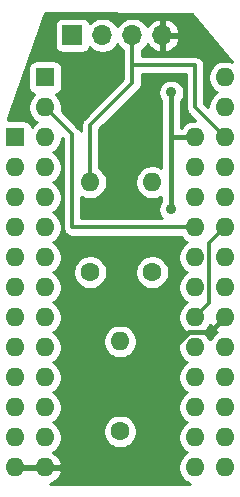
<source format=gbl>
G04 #@! TF.GenerationSoftware,KiCad,Pcbnew,(5.1.6)-1*
G04 #@! TF.CreationDate,2020-07-21T10:16:09+03:00*
G04 #@! TF.ProjectId,C64_8Kernal,4336345f-384b-4657-926e-616c2e6b6963,rev?*
G04 #@! TF.SameCoordinates,Original*
G04 #@! TF.FileFunction,Copper,L2,Bot*
G04 #@! TF.FilePolarity,Positive*
%FSLAX46Y46*%
G04 Gerber Fmt 4.6, Leading zero omitted, Abs format (unit mm)*
G04 Created by KiCad (PCBNEW (5.1.6)-1) date 2020-07-21 10:16:09*
%MOMM*%
%LPD*%
G01*
G04 APERTURE LIST*
G04 #@! TA.AperFunction,ComponentPad*
%ADD10O,1.600000X1.600000*%
G04 #@! TD*
G04 #@! TA.AperFunction,ComponentPad*
%ADD11C,1.600000*%
G04 #@! TD*
G04 #@! TA.AperFunction,ComponentPad*
%ADD12R,1.600000X1.600000*%
G04 #@! TD*
G04 #@! TA.AperFunction,ComponentPad*
%ADD13O,1.700000X1.700000*%
G04 #@! TD*
G04 #@! TA.AperFunction,ComponentPad*
%ADD14R,1.700000X1.700000*%
G04 #@! TD*
G04 #@! TA.AperFunction,ViaPad*
%ADD15C,0.900000*%
G04 #@! TD*
G04 #@! TA.AperFunction,Conductor*
%ADD16C,0.400000*%
G04 #@! TD*
G04 #@! TA.AperFunction,Conductor*
%ADD17C,0.300000*%
G04 #@! TD*
G04 #@! TA.AperFunction,Conductor*
%ADD18C,0.254000*%
G04 #@! TD*
G04 APERTURE END LIST*
D10*
X129540000Y-89916000D03*
D11*
X129540000Y-97536000D03*
D10*
X132254000Y-76444000D03*
D11*
X132254000Y-84064000D03*
D10*
X127004000Y-76444000D03*
D11*
X127004000Y-84064000D03*
D10*
X135890000Y-72644000D03*
X120650000Y-100584000D03*
X135890000Y-75184000D03*
X120650000Y-98044000D03*
X135890000Y-77724000D03*
X120650000Y-95504000D03*
X135890000Y-80264000D03*
X120650000Y-92964000D03*
X135890000Y-82804000D03*
X120650000Y-90424000D03*
X135890000Y-85344000D03*
X120650000Y-87884000D03*
X135890000Y-87884000D03*
X120650000Y-85344000D03*
X135890000Y-90424000D03*
X120650000Y-82804000D03*
X135890000Y-92964000D03*
X120650000Y-80264000D03*
X135890000Y-95504000D03*
X120650000Y-77724000D03*
X135890000Y-98044000D03*
X120650000Y-75184000D03*
X135890000Y-100584000D03*
D12*
X120650000Y-72644000D03*
D10*
X138430000Y-67564000D03*
X123190000Y-100584000D03*
X138430000Y-70104000D03*
X123190000Y-98044000D03*
X138430000Y-72644000D03*
X123190000Y-95504000D03*
X138430000Y-75184000D03*
X123190000Y-92964000D03*
X138430000Y-77724000D03*
X123190000Y-90424000D03*
X138430000Y-80264000D03*
X123190000Y-87884000D03*
X138430000Y-82804000D03*
X123190000Y-85344000D03*
X138430000Y-85344000D03*
X123190000Y-82804000D03*
X138430000Y-87884000D03*
X123190000Y-80264000D03*
X138430000Y-90424000D03*
X123190000Y-77724000D03*
X138430000Y-92964000D03*
X123190000Y-75184000D03*
X138430000Y-95504000D03*
X123190000Y-72644000D03*
X138430000Y-98044000D03*
X123190000Y-70104000D03*
X138430000Y-100584000D03*
D12*
X123190000Y-67564000D03*
D13*
X133120000Y-64000000D03*
X130580000Y-64000000D03*
X128040000Y-64000000D03*
D14*
X125500000Y-64000000D03*
D15*
X131318000Y-69088000D03*
X129032000Y-78486000D03*
X129032000Y-82042000D03*
X133858000Y-68834000D03*
X133858000Y-78740000D03*
D16*
X120650000Y-100584000D02*
X123190000Y-100584000D01*
X123190000Y-100584000D02*
X132842000Y-100584000D01*
X135329997Y-89134001D02*
X137179999Y-89134001D01*
X137179999Y-89134001D02*
X138430000Y-87884000D01*
X132842000Y-100584000D02*
X132842000Y-91621998D01*
X131318000Y-69088000D02*
X129032000Y-71374000D01*
X129032000Y-71374000D02*
X129032000Y-78486000D01*
X129032000Y-78486000D02*
X129032000Y-78486000D01*
X129032000Y-85344000D02*
X134075999Y-90387999D01*
X129032000Y-82042000D02*
X129032000Y-85344000D01*
X132842000Y-91621998D02*
X134075999Y-90387999D01*
X134075999Y-90387999D02*
X135329997Y-89134001D01*
D17*
X127004000Y-76444000D02*
X127004000Y-71624000D01*
X127004000Y-71624000D02*
X130580000Y-68048000D01*
X138430000Y-72644000D02*
X135890000Y-70104000D01*
X135890000Y-70104000D02*
X135890000Y-66548000D01*
X135890000Y-66548000D02*
X135866000Y-66524000D01*
X135866000Y-66524000D02*
X130580000Y-66524000D01*
X130580000Y-68048000D02*
X130580000Y-66524000D01*
X130580000Y-66524000D02*
X130580000Y-64000000D01*
D16*
X133858000Y-78740000D02*
X133858000Y-78740000D01*
X133858000Y-68834000D02*
X133858000Y-72644000D01*
X135890000Y-72644000D02*
X133858000Y-72644000D01*
X133858000Y-72644000D02*
X133858000Y-78740000D01*
D17*
X125476000Y-72390000D02*
X123190000Y-70104000D01*
X135890000Y-80264000D02*
X125476000Y-80264000D01*
X125476000Y-80264000D02*
X125476000Y-72390000D01*
X137090001Y-81603999D02*
X138430000Y-80264000D01*
X137090001Y-86683999D02*
X137090001Y-81603999D01*
X135890000Y-87884000D02*
X137090001Y-86683999D01*
D18*
G36*
X124691001Y-72715159D02*
G01*
X124691000Y-80225439D01*
X124687202Y-80264000D01*
X124702359Y-80417887D01*
X124747246Y-80565860D01*
X124820138Y-80702233D01*
X124918236Y-80821764D01*
X125037767Y-80919862D01*
X125174140Y-80992754D01*
X125322113Y-81037641D01*
X125409367Y-81046235D01*
X125476000Y-81052798D01*
X125514560Y-81049000D01*
X134688661Y-81049000D01*
X134775363Y-81178759D01*
X134975241Y-81378637D01*
X135207759Y-81534000D01*
X134975241Y-81689363D01*
X134775363Y-81889241D01*
X134618320Y-82124273D01*
X134510147Y-82385426D01*
X134455000Y-82662665D01*
X134455000Y-82945335D01*
X134510147Y-83222574D01*
X134618320Y-83483727D01*
X134775363Y-83718759D01*
X134975241Y-83918637D01*
X135207759Y-84074000D01*
X134975241Y-84229363D01*
X134775363Y-84429241D01*
X134618320Y-84664273D01*
X134510147Y-84925426D01*
X134455000Y-85202665D01*
X134455000Y-85485335D01*
X134510147Y-85762574D01*
X134618320Y-86023727D01*
X134775363Y-86258759D01*
X134975241Y-86458637D01*
X135207759Y-86614000D01*
X134975241Y-86769363D01*
X134775363Y-86969241D01*
X134618320Y-87204273D01*
X134510147Y-87465426D01*
X134455000Y-87742665D01*
X134455000Y-88025335D01*
X134510147Y-88302574D01*
X134618320Y-88563727D01*
X134775363Y-88798759D01*
X134975241Y-88998637D01*
X135207759Y-89154000D01*
X134975241Y-89309363D01*
X134775363Y-89509241D01*
X134618320Y-89744273D01*
X134510147Y-90005426D01*
X134455000Y-90282665D01*
X134455000Y-90565335D01*
X134510147Y-90842574D01*
X134618320Y-91103727D01*
X134775363Y-91338759D01*
X134975241Y-91538637D01*
X135207759Y-91694000D01*
X134975241Y-91849363D01*
X134775363Y-92049241D01*
X134618320Y-92284273D01*
X134510147Y-92545426D01*
X134455000Y-92822665D01*
X134455000Y-93105335D01*
X134510147Y-93382574D01*
X134618320Y-93643727D01*
X134775363Y-93878759D01*
X134975241Y-94078637D01*
X135207759Y-94234000D01*
X134975241Y-94389363D01*
X134775363Y-94589241D01*
X134618320Y-94824273D01*
X134510147Y-95085426D01*
X134455000Y-95362665D01*
X134455000Y-95645335D01*
X134510147Y-95922574D01*
X134618320Y-96183727D01*
X134775363Y-96418759D01*
X134975241Y-96618637D01*
X135207759Y-96774000D01*
X134975241Y-96929363D01*
X134775363Y-97129241D01*
X134618320Y-97364273D01*
X134510147Y-97625426D01*
X134455000Y-97902665D01*
X134455000Y-98185335D01*
X134510147Y-98462574D01*
X134618320Y-98723727D01*
X134775363Y-98958759D01*
X134975241Y-99158637D01*
X135207759Y-99314000D01*
X134975241Y-99469363D01*
X134775363Y-99669241D01*
X134618320Y-99904273D01*
X134510147Y-100165426D01*
X134455000Y-100442665D01*
X134455000Y-100725335D01*
X134510147Y-101002574D01*
X134618320Y-101263727D01*
X134775363Y-101498759D01*
X134975241Y-101698637D01*
X135210273Y-101855680D01*
X135452467Y-101956000D01*
X123594637Y-101956000D01*
X123803881Y-101881070D01*
X124045131Y-101736385D01*
X124253519Y-101547414D01*
X124421037Y-101321420D01*
X124541246Y-101067087D01*
X124581904Y-100933039D01*
X124459915Y-100711000D01*
X123317000Y-100711000D01*
X123317000Y-100731000D01*
X123063000Y-100731000D01*
X123063000Y-100711000D01*
X121920085Y-100711000D01*
X121920000Y-100711155D01*
X121919915Y-100711000D01*
X120777000Y-100711000D01*
X120777000Y-100731000D01*
X120523000Y-100731000D01*
X120523000Y-100711000D01*
X120503000Y-100711000D01*
X120503000Y-100457000D01*
X120523000Y-100457000D01*
X120523000Y-100437000D01*
X120777000Y-100437000D01*
X120777000Y-100457000D01*
X121919915Y-100457000D01*
X121920000Y-100456845D01*
X121920085Y-100457000D01*
X123063000Y-100457000D01*
X123063000Y-100437000D01*
X123317000Y-100437000D01*
X123317000Y-100457000D01*
X124459915Y-100457000D01*
X124581904Y-100234961D01*
X124541246Y-100100913D01*
X124421037Y-99846580D01*
X124253519Y-99620586D01*
X124045131Y-99431615D01*
X123859135Y-99320067D01*
X123869727Y-99315680D01*
X124104759Y-99158637D01*
X124304637Y-98958759D01*
X124461680Y-98723727D01*
X124569853Y-98462574D01*
X124625000Y-98185335D01*
X124625000Y-97902665D01*
X124569853Y-97625426D01*
X124474269Y-97394665D01*
X128105000Y-97394665D01*
X128105000Y-97677335D01*
X128160147Y-97954574D01*
X128268320Y-98215727D01*
X128425363Y-98450759D01*
X128625241Y-98650637D01*
X128860273Y-98807680D01*
X129121426Y-98915853D01*
X129398665Y-98971000D01*
X129681335Y-98971000D01*
X129958574Y-98915853D01*
X130219727Y-98807680D01*
X130454759Y-98650637D01*
X130654637Y-98450759D01*
X130811680Y-98215727D01*
X130919853Y-97954574D01*
X130975000Y-97677335D01*
X130975000Y-97394665D01*
X130919853Y-97117426D01*
X130811680Y-96856273D01*
X130654637Y-96621241D01*
X130454759Y-96421363D01*
X130219727Y-96264320D01*
X129958574Y-96156147D01*
X129681335Y-96101000D01*
X129398665Y-96101000D01*
X129121426Y-96156147D01*
X128860273Y-96264320D01*
X128625241Y-96421363D01*
X128425363Y-96621241D01*
X128268320Y-96856273D01*
X128160147Y-97117426D01*
X128105000Y-97394665D01*
X124474269Y-97394665D01*
X124461680Y-97364273D01*
X124304637Y-97129241D01*
X124104759Y-96929363D01*
X123872241Y-96774000D01*
X124104759Y-96618637D01*
X124304637Y-96418759D01*
X124461680Y-96183727D01*
X124569853Y-95922574D01*
X124625000Y-95645335D01*
X124625000Y-95362665D01*
X124569853Y-95085426D01*
X124461680Y-94824273D01*
X124304637Y-94589241D01*
X124104759Y-94389363D01*
X123872241Y-94234000D01*
X124104759Y-94078637D01*
X124304637Y-93878759D01*
X124461680Y-93643727D01*
X124569853Y-93382574D01*
X124625000Y-93105335D01*
X124625000Y-92822665D01*
X124569853Y-92545426D01*
X124461680Y-92284273D01*
X124304637Y-92049241D01*
X124104759Y-91849363D01*
X123872241Y-91694000D01*
X124104759Y-91538637D01*
X124304637Y-91338759D01*
X124461680Y-91103727D01*
X124569853Y-90842574D01*
X124625000Y-90565335D01*
X124625000Y-90282665D01*
X124569853Y-90005426D01*
X124474269Y-89774665D01*
X128105000Y-89774665D01*
X128105000Y-90057335D01*
X128160147Y-90334574D01*
X128268320Y-90595727D01*
X128425363Y-90830759D01*
X128625241Y-91030637D01*
X128860273Y-91187680D01*
X129121426Y-91295853D01*
X129398665Y-91351000D01*
X129681335Y-91351000D01*
X129958574Y-91295853D01*
X130219727Y-91187680D01*
X130454759Y-91030637D01*
X130654637Y-90830759D01*
X130811680Y-90595727D01*
X130919853Y-90334574D01*
X130975000Y-90057335D01*
X130975000Y-89774665D01*
X130919853Y-89497426D01*
X130811680Y-89236273D01*
X130654637Y-89001241D01*
X130454759Y-88801363D01*
X130219727Y-88644320D01*
X129958574Y-88536147D01*
X129681335Y-88481000D01*
X129398665Y-88481000D01*
X129121426Y-88536147D01*
X128860273Y-88644320D01*
X128625241Y-88801363D01*
X128425363Y-89001241D01*
X128268320Y-89236273D01*
X128160147Y-89497426D01*
X128105000Y-89774665D01*
X124474269Y-89774665D01*
X124461680Y-89744273D01*
X124304637Y-89509241D01*
X124104759Y-89309363D01*
X123872241Y-89154000D01*
X124104759Y-88998637D01*
X124304637Y-88798759D01*
X124461680Y-88563727D01*
X124569853Y-88302574D01*
X124625000Y-88025335D01*
X124625000Y-87742665D01*
X124569853Y-87465426D01*
X124461680Y-87204273D01*
X124304637Y-86969241D01*
X124104759Y-86769363D01*
X123872241Y-86614000D01*
X124104759Y-86458637D01*
X124304637Y-86258759D01*
X124461680Y-86023727D01*
X124569853Y-85762574D01*
X124625000Y-85485335D01*
X124625000Y-85202665D01*
X124569853Y-84925426D01*
X124461680Y-84664273D01*
X124304637Y-84429241D01*
X124104759Y-84229363D01*
X123872241Y-84074000D01*
X124098730Y-83922665D01*
X125569000Y-83922665D01*
X125569000Y-84205335D01*
X125624147Y-84482574D01*
X125732320Y-84743727D01*
X125889363Y-84978759D01*
X126089241Y-85178637D01*
X126324273Y-85335680D01*
X126585426Y-85443853D01*
X126862665Y-85499000D01*
X127145335Y-85499000D01*
X127422574Y-85443853D01*
X127683727Y-85335680D01*
X127918759Y-85178637D01*
X128118637Y-84978759D01*
X128275680Y-84743727D01*
X128383853Y-84482574D01*
X128439000Y-84205335D01*
X128439000Y-83922665D01*
X130819000Y-83922665D01*
X130819000Y-84205335D01*
X130874147Y-84482574D01*
X130982320Y-84743727D01*
X131139363Y-84978759D01*
X131339241Y-85178637D01*
X131574273Y-85335680D01*
X131835426Y-85443853D01*
X132112665Y-85499000D01*
X132395335Y-85499000D01*
X132672574Y-85443853D01*
X132933727Y-85335680D01*
X133168759Y-85178637D01*
X133368637Y-84978759D01*
X133525680Y-84743727D01*
X133633853Y-84482574D01*
X133689000Y-84205335D01*
X133689000Y-83922665D01*
X133633853Y-83645426D01*
X133525680Y-83384273D01*
X133368637Y-83149241D01*
X133168759Y-82949363D01*
X132933727Y-82792320D01*
X132672574Y-82684147D01*
X132395335Y-82629000D01*
X132112665Y-82629000D01*
X131835426Y-82684147D01*
X131574273Y-82792320D01*
X131339241Y-82949363D01*
X131139363Y-83149241D01*
X130982320Y-83384273D01*
X130874147Y-83645426D01*
X130819000Y-83922665D01*
X128439000Y-83922665D01*
X128383853Y-83645426D01*
X128275680Y-83384273D01*
X128118637Y-83149241D01*
X127918759Y-82949363D01*
X127683727Y-82792320D01*
X127422574Y-82684147D01*
X127145335Y-82629000D01*
X126862665Y-82629000D01*
X126585426Y-82684147D01*
X126324273Y-82792320D01*
X126089241Y-82949363D01*
X125889363Y-83149241D01*
X125732320Y-83384273D01*
X125624147Y-83645426D01*
X125569000Y-83922665D01*
X124098730Y-83922665D01*
X124104759Y-83918637D01*
X124304637Y-83718759D01*
X124461680Y-83483727D01*
X124569853Y-83222574D01*
X124625000Y-82945335D01*
X124625000Y-82662665D01*
X124569853Y-82385426D01*
X124461680Y-82124273D01*
X124304637Y-81889241D01*
X124104759Y-81689363D01*
X123872241Y-81534000D01*
X124104759Y-81378637D01*
X124304637Y-81178759D01*
X124461680Y-80943727D01*
X124569853Y-80682574D01*
X124625000Y-80405335D01*
X124625000Y-80122665D01*
X124569853Y-79845426D01*
X124461680Y-79584273D01*
X124304637Y-79349241D01*
X124104759Y-79149363D01*
X123872241Y-78994000D01*
X124104759Y-78838637D01*
X124304637Y-78638759D01*
X124461680Y-78403727D01*
X124569853Y-78142574D01*
X124625000Y-77865335D01*
X124625000Y-77582665D01*
X124569853Y-77305426D01*
X124461680Y-77044273D01*
X124304637Y-76809241D01*
X124104759Y-76609363D01*
X123872241Y-76454000D01*
X124104759Y-76298637D01*
X124304637Y-76098759D01*
X124461680Y-75863727D01*
X124569853Y-75602574D01*
X124625000Y-75325335D01*
X124625000Y-75042665D01*
X124569853Y-74765426D01*
X124461680Y-74504273D01*
X124304637Y-74269241D01*
X124104759Y-74069363D01*
X123872241Y-73914000D01*
X124104759Y-73758637D01*
X124304637Y-73558759D01*
X124461680Y-73323727D01*
X124569853Y-73062574D01*
X124625000Y-72785335D01*
X124625000Y-72649158D01*
X124691001Y-72715159D01*
G37*
X124691001Y-72715159D02*
X124691000Y-80225439D01*
X124687202Y-80264000D01*
X124702359Y-80417887D01*
X124747246Y-80565860D01*
X124820138Y-80702233D01*
X124918236Y-80821764D01*
X125037767Y-80919862D01*
X125174140Y-80992754D01*
X125322113Y-81037641D01*
X125409367Y-81046235D01*
X125476000Y-81052798D01*
X125514560Y-81049000D01*
X134688661Y-81049000D01*
X134775363Y-81178759D01*
X134975241Y-81378637D01*
X135207759Y-81534000D01*
X134975241Y-81689363D01*
X134775363Y-81889241D01*
X134618320Y-82124273D01*
X134510147Y-82385426D01*
X134455000Y-82662665D01*
X134455000Y-82945335D01*
X134510147Y-83222574D01*
X134618320Y-83483727D01*
X134775363Y-83718759D01*
X134975241Y-83918637D01*
X135207759Y-84074000D01*
X134975241Y-84229363D01*
X134775363Y-84429241D01*
X134618320Y-84664273D01*
X134510147Y-84925426D01*
X134455000Y-85202665D01*
X134455000Y-85485335D01*
X134510147Y-85762574D01*
X134618320Y-86023727D01*
X134775363Y-86258759D01*
X134975241Y-86458637D01*
X135207759Y-86614000D01*
X134975241Y-86769363D01*
X134775363Y-86969241D01*
X134618320Y-87204273D01*
X134510147Y-87465426D01*
X134455000Y-87742665D01*
X134455000Y-88025335D01*
X134510147Y-88302574D01*
X134618320Y-88563727D01*
X134775363Y-88798759D01*
X134975241Y-88998637D01*
X135207759Y-89154000D01*
X134975241Y-89309363D01*
X134775363Y-89509241D01*
X134618320Y-89744273D01*
X134510147Y-90005426D01*
X134455000Y-90282665D01*
X134455000Y-90565335D01*
X134510147Y-90842574D01*
X134618320Y-91103727D01*
X134775363Y-91338759D01*
X134975241Y-91538637D01*
X135207759Y-91694000D01*
X134975241Y-91849363D01*
X134775363Y-92049241D01*
X134618320Y-92284273D01*
X134510147Y-92545426D01*
X134455000Y-92822665D01*
X134455000Y-93105335D01*
X134510147Y-93382574D01*
X134618320Y-93643727D01*
X134775363Y-93878759D01*
X134975241Y-94078637D01*
X135207759Y-94234000D01*
X134975241Y-94389363D01*
X134775363Y-94589241D01*
X134618320Y-94824273D01*
X134510147Y-95085426D01*
X134455000Y-95362665D01*
X134455000Y-95645335D01*
X134510147Y-95922574D01*
X134618320Y-96183727D01*
X134775363Y-96418759D01*
X134975241Y-96618637D01*
X135207759Y-96774000D01*
X134975241Y-96929363D01*
X134775363Y-97129241D01*
X134618320Y-97364273D01*
X134510147Y-97625426D01*
X134455000Y-97902665D01*
X134455000Y-98185335D01*
X134510147Y-98462574D01*
X134618320Y-98723727D01*
X134775363Y-98958759D01*
X134975241Y-99158637D01*
X135207759Y-99314000D01*
X134975241Y-99469363D01*
X134775363Y-99669241D01*
X134618320Y-99904273D01*
X134510147Y-100165426D01*
X134455000Y-100442665D01*
X134455000Y-100725335D01*
X134510147Y-101002574D01*
X134618320Y-101263727D01*
X134775363Y-101498759D01*
X134975241Y-101698637D01*
X135210273Y-101855680D01*
X135452467Y-101956000D01*
X123594637Y-101956000D01*
X123803881Y-101881070D01*
X124045131Y-101736385D01*
X124253519Y-101547414D01*
X124421037Y-101321420D01*
X124541246Y-101067087D01*
X124581904Y-100933039D01*
X124459915Y-100711000D01*
X123317000Y-100711000D01*
X123317000Y-100731000D01*
X123063000Y-100731000D01*
X123063000Y-100711000D01*
X121920085Y-100711000D01*
X121920000Y-100711155D01*
X121919915Y-100711000D01*
X120777000Y-100711000D01*
X120777000Y-100731000D01*
X120523000Y-100731000D01*
X120523000Y-100711000D01*
X120503000Y-100711000D01*
X120503000Y-100457000D01*
X120523000Y-100457000D01*
X120523000Y-100437000D01*
X120777000Y-100437000D01*
X120777000Y-100457000D01*
X121919915Y-100457000D01*
X121920000Y-100456845D01*
X121920085Y-100457000D01*
X123063000Y-100457000D01*
X123063000Y-100437000D01*
X123317000Y-100437000D01*
X123317000Y-100457000D01*
X124459915Y-100457000D01*
X124581904Y-100234961D01*
X124541246Y-100100913D01*
X124421037Y-99846580D01*
X124253519Y-99620586D01*
X124045131Y-99431615D01*
X123859135Y-99320067D01*
X123869727Y-99315680D01*
X124104759Y-99158637D01*
X124304637Y-98958759D01*
X124461680Y-98723727D01*
X124569853Y-98462574D01*
X124625000Y-98185335D01*
X124625000Y-97902665D01*
X124569853Y-97625426D01*
X124474269Y-97394665D01*
X128105000Y-97394665D01*
X128105000Y-97677335D01*
X128160147Y-97954574D01*
X128268320Y-98215727D01*
X128425363Y-98450759D01*
X128625241Y-98650637D01*
X128860273Y-98807680D01*
X129121426Y-98915853D01*
X129398665Y-98971000D01*
X129681335Y-98971000D01*
X129958574Y-98915853D01*
X130219727Y-98807680D01*
X130454759Y-98650637D01*
X130654637Y-98450759D01*
X130811680Y-98215727D01*
X130919853Y-97954574D01*
X130975000Y-97677335D01*
X130975000Y-97394665D01*
X130919853Y-97117426D01*
X130811680Y-96856273D01*
X130654637Y-96621241D01*
X130454759Y-96421363D01*
X130219727Y-96264320D01*
X129958574Y-96156147D01*
X129681335Y-96101000D01*
X129398665Y-96101000D01*
X129121426Y-96156147D01*
X128860273Y-96264320D01*
X128625241Y-96421363D01*
X128425363Y-96621241D01*
X128268320Y-96856273D01*
X128160147Y-97117426D01*
X128105000Y-97394665D01*
X124474269Y-97394665D01*
X124461680Y-97364273D01*
X124304637Y-97129241D01*
X124104759Y-96929363D01*
X123872241Y-96774000D01*
X124104759Y-96618637D01*
X124304637Y-96418759D01*
X124461680Y-96183727D01*
X124569853Y-95922574D01*
X124625000Y-95645335D01*
X124625000Y-95362665D01*
X124569853Y-95085426D01*
X124461680Y-94824273D01*
X124304637Y-94589241D01*
X124104759Y-94389363D01*
X123872241Y-94234000D01*
X124104759Y-94078637D01*
X124304637Y-93878759D01*
X124461680Y-93643727D01*
X124569853Y-93382574D01*
X124625000Y-93105335D01*
X124625000Y-92822665D01*
X124569853Y-92545426D01*
X124461680Y-92284273D01*
X124304637Y-92049241D01*
X124104759Y-91849363D01*
X123872241Y-91694000D01*
X124104759Y-91538637D01*
X124304637Y-91338759D01*
X124461680Y-91103727D01*
X124569853Y-90842574D01*
X124625000Y-90565335D01*
X124625000Y-90282665D01*
X124569853Y-90005426D01*
X124474269Y-89774665D01*
X128105000Y-89774665D01*
X128105000Y-90057335D01*
X128160147Y-90334574D01*
X128268320Y-90595727D01*
X128425363Y-90830759D01*
X128625241Y-91030637D01*
X128860273Y-91187680D01*
X129121426Y-91295853D01*
X129398665Y-91351000D01*
X129681335Y-91351000D01*
X129958574Y-91295853D01*
X130219727Y-91187680D01*
X130454759Y-91030637D01*
X130654637Y-90830759D01*
X130811680Y-90595727D01*
X130919853Y-90334574D01*
X130975000Y-90057335D01*
X130975000Y-89774665D01*
X130919853Y-89497426D01*
X130811680Y-89236273D01*
X130654637Y-89001241D01*
X130454759Y-88801363D01*
X130219727Y-88644320D01*
X129958574Y-88536147D01*
X129681335Y-88481000D01*
X129398665Y-88481000D01*
X129121426Y-88536147D01*
X128860273Y-88644320D01*
X128625241Y-88801363D01*
X128425363Y-89001241D01*
X128268320Y-89236273D01*
X128160147Y-89497426D01*
X128105000Y-89774665D01*
X124474269Y-89774665D01*
X124461680Y-89744273D01*
X124304637Y-89509241D01*
X124104759Y-89309363D01*
X123872241Y-89154000D01*
X124104759Y-88998637D01*
X124304637Y-88798759D01*
X124461680Y-88563727D01*
X124569853Y-88302574D01*
X124625000Y-88025335D01*
X124625000Y-87742665D01*
X124569853Y-87465426D01*
X124461680Y-87204273D01*
X124304637Y-86969241D01*
X124104759Y-86769363D01*
X123872241Y-86614000D01*
X124104759Y-86458637D01*
X124304637Y-86258759D01*
X124461680Y-86023727D01*
X124569853Y-85762574D01*
X124625000Y-85485335D01*
X124625000Y-85202665D01*
X124569853Y-84925426D01*
X124461680Y-84664273D01*
X124304637Y-84429241D01*
X124104759Y-84229363D01*
X123872241Y-84074000D01*
X124098730Y-83922665D01*
X125569000Y-83922665D01*
X125569000Y-84205335D01*
X125624147Y-84482574D01*
X125732320Y-84743727D01*
X125889363Y-84978759D01*
X126089241Y-85178637D01*
X126324273Y-85335680D01*
X126585426Y-85443853D01*
X126862665Y-85499000D01*
X127145335Y-85499000D01*
X127422574Y-85443853D01*
X127683727Y-85335680D01*
X127918759Y-85178637D01*
X128118637Y-84978759D01*
X128275680Y-84743727D01*
X128383853Y-84482574D01*
X128439000Y-84205335D01*
X128439000Y-83922665D01*
X130819000Y-83922665D01*
X130819000Y-84205335D01*
X130874147Y-84482574D01*
X130982320Y-84743727D01*
X131139363Y-84978759D01*
X131339241Y-85178637D01*
X131574273Y-85335680D01*
X131835426Y-85443853D01*
X132112665Y-85499000D01*
X132395335Y-85499000D01*
X132672574Y-85443853D01*
X132933727Y-85335680D01*
X133168759Y-85178637D01*
X133368637Y-84978759D01*
X133525680Y-84743727D01*
X133633853Y-84482574D01*
X133689000Y-84205335D01*
X133689000Y-83922665D01*
X133633853Y-83645426D01*
X133525680Y-83384273D01*
X133368637Y-83149241D01*
X133168759Y-82949363D01*
X132933727Y-82792320D01*
X132672574Y-82684147D01*
X132395335Y-82629000D01*
X132112665Y-82629000D01*
X131835426Y-82684147D01*
X131574273Y-82792320D01*
X131339241Y-82949363D01*
X131139363Y-83149241D01*
X130982320Y-83384273D01*
X130874147Y-83645426D01*
X130819000Y-83922665D01*
X128439000Y-83922665D01*
X128383853Y-83645426D01*
X128275680Y-83384273D01*
X128118637Y-83149241D01*
X127918759Y-82949363D01*
X127683727Y-82792320D01*
X127422574Y-82684147D01*
X127145335Y-82629000D01*
X126862665Y-82629000D01*
X126585426Y-82684147D01*
X126324273Y-82792320D01*
X126089241Y-82949363D01*
X125889363Y-83149241D01*
X125732320Y-83384273D01*
X125624147Y-83645426D01*
X125569000Y-83922665D01*
X124098730Y-83922665D01*
X124104759Y-83918637D01*
X124304637Y-83718759D01*
X124461680Y-83483727D01*
X124569853Y-83222574D01*
X124625000Y-82945335D01*
X124625000Y-82662665D01*
X124569853Y-82385426D01*
X124461680Y-82124273D01*
X124304637Y-81889241D01*
X124104759Y-81689363D01*
X123872241Y-81534000D01*
X124104759Y-81378637D01*
X124304637Y-81178759D01*
X124461680Y-80943727D01*
X124569853Y-80682574D01*
X124625000Y-80405335D01*
X124625000Y-80122665D01*
X124569853Y-79845426D01*
X124461680Y-79584273D01*
X124304637Y-79349241D01*
X124104759Y-79149363D01*
X123872241Y-78994000D01*
X124104759Y-78838637D01*
X124304637Y-78638759D01*
X124461680Y-78403727D01*
X124569853Y-78142574D01*
X124625000Y-77865335D01*
X124625000Y-77582665D01*
X124569853Y-77305426D01*
X124461680Y-77044273D01*
X124304637Y-76809241D01*
X124104759Y-76609363D01*
X123872241Y-76454000D01*
X124104759Y-76298637D01*
X124304637Y-76098759D01*
X124461680Y-75863727D01*
X124569853Y-75602574D01*
X124625000Y-75325335D01*
X124625000Y-75042665D01*
X124569853Y-74765426D01*
X124461680Y-74504273D01*
X124304637Y-74269241D01*
X124104759Y-74069363D01*
X123872241Y-73914000D01*
X124104759Y-73758637D01*
X124304637Y-73558759D01*
X124461680Y-73323727D01*
X124569853Y-73062574D01*
X124625000Y-72785335D01*
X124625000Y-72649158D01*
X124691001Y-72715159D01*
G36*
X137198963Y-88621420D02*
G01*
X137366481Y-88847414D01*
X137574869Y-89036385D01*
X137760865Y-89147933D01*
X137750273Y-89152320D01*
X137515241Y-89309363D01*
X137315363Y-89509241D01*
X137160000Y-89741759D01*
X137004637Y-89509241D01*
X136804759Y-89309363D01*
X136572241Y-89154000D01*
X136804759Y-88998637D01*
X137004637Y-88798759D01*
X137161680Y-88563727D01*
X137166357Y-88552435D01*
X137198963Y-88621420D01*
G37*
X137198963Y-88621420D02*
X137366481Y-88847414D01*
X137574869Y-89036385D01*
X137760865Y-89147933D01*
X137750273Y-89152320D01*
X137515241Y-89309363D01*
X137315363Y-89509241D01*
X137160000Y-89741759D01*
X137004637Y-89509241D01*
X136804759Y-89309363D01*
X136572241Y-89154000D01*
X136804759Y-88998637D01*
X137004637Y-88798759D01*
X137161680Y-88563727D01*
X137166357Y-88552435D01*
X137198963Y-88621420D01*
G36*
X138557000Y-87757000D02*
G01*
X138577000Y-87757000D01*
X138577000Y-88011000D01*
X138557000Y-88011000D01*
X138557000Y-88031000D01*
X138303000Y-88031000D01*
X138303000Y-88011000D01*
X138283000Y-88011000D01*
X138283000Y-87757000D01*
X138303000Y-87757000D01*
X138303000Y-87737000D01*
X138557000Y-87737000D01*
X138557000Y-87757000D01*
G37*
X138557000Y-87757000D02*
X138577000Y-87757000D01*
X138577000Y-88011000D01*
X138557000Y-88011000D01*
X138557000Y-88031000D01*
X138303000Y-88031000D01*
X138303000Y-88011000D01*
X138283000Y-88011000D01*
X138283000Y-87757000D01*
X138303000Y-87757000D01*
X138303000Y-87737000D01*
X138557000Y-87737000D01*
X138557000Y-87757000D01*
G36*
X135105000Y-70065447D02*
G01*
X135101203Y-70104000D01*
X135105000Y-70142553D01*
X135105000Y-70142560D01*
X135116359Y-70257886D01*
X135161246Y-70405859D01*
X135234138Y-70542232D01*
X135332236Y-70661764D01*
X135362190Y-70686347D01*
X135884843Y-71209000D01*
X135748665Y-71209000D01*
X135471426Y-71264147D01*
X135210273Y-71372320D01*
X134975241Y-71529363D01*
X134775363Y-71729241D01*
X134722070Y-71809000D01*
X134693000Y-71809000D01*
X134693000Y-69533422D01*
X134700775Y-69525647D01*
X134819515Y-69347940D01*
X134901304Y-69150483D01*
X134943000Y-68940863D01*
X134943000Y-68727137D01*
X134901304Y-68517517D01*
X134819515Y-68320060D01*
X134700775Y-68142353D01*
X134549647Y-67991225D01*
X134371940Y-67872485D01*
X134174483Y-67790696D01*
X133964863Y-67749000D01*
X133751137Y-67749000D01*
X133541517Y-67790696D01*
X133344060Y-67872485D01*
X133166353Y-67991225D01*
X133015225Y-68142353D01*
X132896485Y-68320060D01*
X132814696Y-68517517D01*
X132773000Y-68727137D01*
X132773000Y-68940863D01*
X132814696Y-69150483D01*
X132896485Y-69347940D01*
X133015225Y-69525647D01*
X133023000Y-69533422D01*
X133023001Y-72602971D01*
X133018960Y-72644000D01*
X133023000Y-72685019D01*
X133023000Y-75231970D01*
X132933727Y-75172320D01*
X132672574Y-75064147D01*
X132395335Y-75009000D01*
X132112665Y-75009000D01*
X131835426Y-75064147D01*
X131574273Y-75172320D01*
X131339241Y-75329363D01*
X131139363Y-75529241D01*
X130982320Y-75764273D01*
X130874147Y-76025426D01*
X130819000Y-76302665D01*
X130819000Y-76585335D01*
X130874147Y-76862574D01*
X130982320Y-77123727D01*
X131139363Y-77358759D01*
X131339241Y-77558637D01*
X131574273Y-77715680D01*
X131835426Y-77823853D01*
X132112665Y-77879000D01*
X132395335Y-77879000D01*
X132672574Y-77823853D01*
X132933727Y-77715680D01*
X133023001Y-77656029D01*
X133023001Y-78040577D01*
X133015225Y-78048353D01*
X132896485Y-78226060D01*
X132814696Y-78423517D01*
X132773000Y-78633137D01*
X132773000Y-78846863D01*
X132814696Y-79056483D01*
X132896485Y-79253940D01*
X133015225Y-79431647D01*
X133062578Y-79479000D01*
X126261000Y-79479000D01*
X126261000Y-77673402D01*
X126324273Y-77715680D01*
X126585426Y-77823853D01*
X126862665Y-77879000D01*
X127145335Y-77879000D01*
X127422574Y-77823853D01*
X127683727Y-77715680D01*
X127918759Y-77558637D01*
X128118637Y-77358759D01*
X128275680Y-77123727D01*
X128383853Y-76862574D01*
X128439000Y-76585335D01*
X128439000Y-76302665D01*
X128383853Y-76025426D01*
X128275680Y-75764273D01*
X128118637Y-75529241D01*
X127918759Y-75329363D01*
X127789000Y-75242661D01*
X127789000Y-71949157D01*
X131107811Y-68630346D01*
X131137764Y-68605764D01*
X131235862Y-68486233D01*
X131308754Y-68349860D01*
X131317794Y-68320060D01*
X131353642Y-68201887D01*
X131361020Y-68126974D01*
X131365000Y-68086561D01*
X131365000Y-68086556D01*
X131368797Y-68048000D01*
X131365000Y-68009444D01*
X131365000Y-67309000D01*
X135105001Y-67309000D01*
X135105000Y-70065447D01*
G37*
X135105000Y-70065447D02*
X135101203Y-70104000D01*
X135105000Y-70142553D01*
X135105000Y-70142560D01*
X135116359Y-70257886D01*
X135161246Y-70405859D01*
X135234138Y-70542232D01*
X135332236Y-70661764D01*
X135362190Y-70686347D01*
X135884843Y-71209000D01*
X135748665Y-71209000D01*
X135471426Y-71264147D01*
X135210273Y-71372320D01*
X134975241Y-71529363D01*
X134775363Y-71729241D01*
X134722070Y-71809000D01*
X134693000Y-71809000D01*
X134693000Y-69533422D01*
X134700775Y-69525647D01*
X134819515Y-69347940D01*
X134901304Y-69150483D01*
X134943000Y-68940863D01*
X134943000Y-68727137D01*
X134901304Y-68517517D01*
X134819515Y-68320060D01*
X134700775Y-68142353D01*
X134549647Y-67991225D01*
X134371940Y-67872485D01*
X134174483Y-67790696D01*
X133964863Y-67749000D01*
X133751137Y-67749000D01*
X133541517Y-67790696D01*
X133344060Y-67872485D01*
X133166353Y-67991225D01*
X133015225Y-68142353D01*
X132896485Y-68320060D01*
X132814696Y-68517517D01*
X132773000Y-68727137D01*
X132773000Y-68940863D01*
X132814696Y-69150483D01*
X132896485Y-69347940D01*
X133015225Y-69525647D01*
X133023000Y-69533422D01*
X133023001Y-72602971D01*
X133018960Y-72644000D01*
X133023000Y-72685019D01*
X133023000Y-75231970D01*
X132933727Y-75172320D01*
X132672574Y-75064147D01*
X132395335Y-75009000D01*
X132112665Y-75009000D01*
X131835426Y-75064147D01*
X131574273Y-75172320D01*
X131339241Y-75329363D01*
X131139363Y-75529241D01*
X130982320Y-75764273D01*
X130874147Y-76025426D01*
X130819000Y-76302665D01*
X130819000Y-76585335D01*
X130874147Y-76862574D01*
X130982320Y-77123727D01*
X131139363Y-77358759D01*
X131339241Y-77558637D01*
X131574273Y-77715680D01*
X131835426Y-77823853D01*
X132112665Y-77879000D01*
X132395335Y-77879000D01*
X132672574Y-77823853D01*
X132933727Y-77715680D01*
X133023001Y-77656029D01*
X133023001Y-78040577D01*
X133015225Y-78048353D01*
X132896485Y-78226060D01*
X132814696Y-78423517D01*
X132773000Y-78633137D01*
X132773000Y-78846863D01*
X132814696Y-79056483D01*
X132896485Y-79253940D01*
X133015225Y-79431647D01*
X133062578Y-79479000D01*
X126261000Y-79479000D01*
X126261000Y-77673402D01*
X126324273Y-77715680D01*
X126585426Y-77823853D01*
X126862665Y-77879000D01*
X127145335Y-77879000D01*
X127422574Y-77823853D01*
X127683727Y-77715680D01*
X127918759Y-77558637D01*
X128118637Y-77358759D01*
X128275680Y-77123727D01*
X128383853Y-76862574D01*
X128439000Y-76585335D01*
X128439000Y-76302665D01*
X128383853Y-76025426D01*
X128275680Y-75764273D01*
X128118637Y-75529241D01*
X127918759Y-75329363D01*
X127789000Y-75242661D01*
X127789000Y-71949157D01*
X131107811Y-68630346D01*
X131137764Y-68605764D01*
X131235862Y-68486233D01*
X131308754Y-68349860D01*
X131317794Y-68320060D01*
X131353642Y-68201887D01*
X131361020Y-68126974D01*
X131365000Y-68086561D01*
X131365000Y-68086556D01*
X131368797Y-68048000D01*
X131365000Y-68009444D01*
X131365000Y-67309000D01*
X135105001Y-67309000D01*
X135105000Y-70065447D01*
G36*
X135581638Y-62159254D02*
G01*
X139018381Y-66254483D01*
X138848574Y-66184147D01*
X138571335Y-66129000D01*
X138288665Y-66129000D01*
X138011426Y-66184147D01*
X137750273Y-66292320D01*
X137515241Y-66449363D01*
X137315363Y-66649241D01*
X137158320Y-66884273D01*
X137050147Y-67145426D01*
X136995000Y-67422665D01*
X136995000Y-67705335D01*
X137050147Y-67982574D01*
X137158320Y-68243727D01*
X137315363Y-68478759D01*
X137515241Y-68678637D01*
X137747759Y-68834000D01*
X137515241Y-68989363D01*
X137315363Y-69189241D01*
X137158320Y-69424273D01*
X137050147Y-69685426D01*
X136995000Y-69962665D01*
X136995000Y-70098843D01*
X136675000Y-69778843D01*
X136675000Y-66586552D01*
X136678797Y-66547999D01*
X136675000Y-66509446D01*
X136675000Y-66509439D01*
X136663641Y-66394113D01*
X136618754Y-66246140D01*
X136545862Y-66109767D01*
X136447764Y-65990236D01*
X136434582Y-65979418D01*
X136423764Y-65966236D01*
X136304233Y-65868138D01*
X136167860Y-65795246D01*
X136019887Y-65750359D01*
X135904561Y-65739000D01*
X135904553Y-65739000D01*
X135866000Y-65735203D01*
X135827447Y-65739000D01*
X131365000Y-65739000D01*
X131365000Y-65261474D01*
X131526632Y-65153475D01*
X131733475Y-64946632D01*
X131855195Y-64764466D01*
X131924822Y-64881355D01*
X132119731Y-65097588D01*
X132353080Y-65271641D01*
X132615901Y-65396825D01*
X132763110Y-65441476D01*
X132993000Y-65320155D01*
X132993000Y-64127000D01*
X133247000Y-64127000D01*
X133247000Y-65320155D01*
X133476890Y-65441476D01*
X133624099Y-65396825D01*
X133886920Y-65271641D01*
X134120269Y-65097588D01*
X134315178Y-64881355D01*
X134464157Y-64631252D01*
X134561481Y-64356891D01*
X134440814Y-64127000D01*
X133247000Y-64127000D01*
X132993000Y-64127000D01*
X132973000Y-64127000D01*
X132973000Y-63873000D01*
X132993000Y-63873000D01*
X132993000Y-62679845D01*
X133247000Y-62679845D01*
X133247000Y-63873000D01*
X134440814Y-63873000D01*
X134561481Y-63643109D01*
X134464157Y-63368748D01*
X134315178Y-63118645D01*
X134120269Y-62902412D01*
X133886920Y-62728359D01*
X133624099Y-62603175D01*
X133476890Y-62558524D01*
X133247000Y-62679845D01*
X132993000Y-62679845D01*
X132763110Y-62558524D01*
X132615901Y-62603175D01*
X132353080Y-62728359D01*
X132119731Y-62902412D01*
X131924822Y-63118645D01*
X131855195Y-63235534D01*
X131733475Y-63053368D01*
X131526632Y-62846525D01*
X131283411Y-62684010D01*
X131013158Y-62572068D01*
X130726260Y-62515000D01*
X130433740Y-62515000D01*
X130146842Y-62572068D01*
X129876589Y-62684010D01*
X129633368Y-62846525D01*
X129426525Y-63053368D01*
X129310000Y-63227760D01*
X129193475Y-63053368D01*
X128986632Y-62846525D01*
X128743411Y-62684010D01*
X128473158Y-62572068D01*
X128186260Y-62515000D01*
X127893740Y-62515000D01*
X127606842Y-62572068D01*
X127336589Y-62684010D01*
X127093368Y-62846525D01*
X126961513Y-62978380D01*
X126939502Y-62905820D01*
X126880537Y-62795506D01*
X126801185Y-62698815D01*
X126704494Y-62619463D01*
X126594180Y-62560498D01*
X126474482Y-62524188D01*
X126350000Y-62511928D01*
X124650000Y-62511928D01*
X124525518Y-62524188D01*
X124405820Y-62560498D01*
X124295506Y-62619463D01*
X124198815Y-62698815D01*
X124119463Y-62795506D01*
X124060498Y-62905820D01*
X124024188Y-63025518D01*
X124011928Y-63150000D01*
X124011928Y-64850000D01*
X124024188Y-64974482D01*
X124060498Y-65094180D01*
X124119463Y-65204494D01*
X124198815Y-65301185D01*
X124295506Y-65380537D01*
X124405820Y-65439502D01*
X124525518Y-65475812D01*
X124650000Y-65488072D01*
X126350000Y-65488072D01*
X126474482Y-65475812D01*
X126594180Y-65439502D01*
X126704494Y-65380537D01*
X126801185Y-65301185D01*
X126880537Y-65204494D01*
X126939502Y-65094180D01*
X126961513Y-65021620D01*
X127093368Y-65153475D01*
X127336589Y-65315990D01*
X127606842Y-65427932D01*
X127893740Y-65485000D01*
X128186260Y-65485000D01*
X128473158Y-65427932D01*
X128743411Y-65315990D01*
X128986632Y-65153475D01*
X129193475Y-64946632D01*
X129310000Y-64772240D01*
X129426525Y-64946632D01*
X129633368Y-65153475D01*
X129795001Y-65261474D01*
X129795000Y-66485439D01*
X129791202Y-66524000D01*
X129795001Y-66562570D01*
X129795000Y-67722843D01*
X126476185Y-71041658D01*
X126446237Y-71066236D01*
X126421659Y-71096184D01*
X126421655Y-71096188D01*
X126405916Y-71115366D01*
X126348139Y-71185767D01*
X126337363Y-71205928D01*
X126275246Y-71322141D01*
X126230359Y-71470114D01*
X126215203Y-71624000D01*
X126219001Y-71662563D01*
X126219001Y-72135106D01*
X126204754Y-72088140D01*
X126184747Y-72050709D01*
X126131862Y-71951767D01*
X126033764Y-71832236D01*
X126003816Y-71807658D01*
X124594554Y-70398396D01*
X124625000Y-70245335D01*
X124625000Y-69962665D01*
X124569853Y-69685426D01*
X124461680Y-69424273D01*
X124304637Y-69189241D01*
X124106039Y-68990643D01*
X124114482Y-68989812D01*
X124234180Y-68953502D01*
X124344494Y-68894537D01*
X124441185Y-68815185D01*
X124520537Y-68718494D01*
X124579502Y-68608180D01*
X124615812Y-68488482D01*
X124628072Y-68364000D01*
X124628072Y-66764000D01*
X124615812Y-66639518D01*
X124579502Y-66519820D01*
X124520537Y-66409506D01*
X124441185Y-66312815D01*
X124344494Y-66233463D01*
X124234180Y-66174498D01*
X124114482Y-66138188D01*
X123990000Y-66125928D01*
X122390000Y-66125928D01*
X122265518Y-66138188D01*
X122145820Y-66174498D01*
X122035506Y-66233463D01*
X121938815Y-66312815D01*
X121859463Y-66409506D01*
X121800498Y-66519820D01*
X121764188Y-66639518D01*
X121751928Y-66764000D01*
X121751928Y-68364000D01*
X121764188Y-68488482D01*
X121800498Y-68608180D01*
X121859463Y-68718494D01*
X121938815Y-68815185D01*
X122035506Y-68894537D01*
X122145820Y-68953502D01*
X122265518Y-68989812D01*
X122273961Y-68990643D01*
X122075363Y-69189241D01*
X121918320Y-69424273D01*
X121810147Y-69685426D01*
X121755000Y-69962665D01*
X121755000Y-70245335D01*
X121810147Y-70522574D01*
X121918320Y-70783727D01*
X122075363Y-71018759D01*
X122275241Y-71218637D01*
X122507759Y-71374000D01*
X122275241Y-71529363D01*
X122076643Y-71727961D01*
X122075812Y-71719518D01*
X122039502Y-71599820D01*
X121980537Y-71489506D01*
X121901185Y-71392815D01*
X121804494Y-71313463D01*
X121694180Y-71254498D01*
X121574482Y-71218188D01*
X121450000Y-71205928D01*
X120040000Y-71205928D01*
X120040000Y-70978571D01*
X123149262Y-62129133D01*
X135581638Y-62159254D01*
G37*
X135581638Y-62159254D02*
X139018381Y-66254483D01*
X138848574Y-66184147D01*
X138571335Y-66129000D01*
X138288665Y-66129000D01*
X138011426Y-66184147D01*
X137750273Y-66292320D01*
X137515241Y-66449363D01*
X137315363Y-66649241D01*
X137158320Y-66884273D01*
X137050147Y-67145426D01*
X136995000Y-67422665D01*
X136995000Y-67705335D01*
X137050147Y-67982574D01*
X137158320Y-68243727D01*
X137315363Y-68478759D01*
X137515241Y-68678637D01*
X137747759Y-68834000D01*
X137515241Y-68989363D01*
X137315363Y-69189241D01*
X137158320Y-69424273D01*
X137050147Y-69685426D01*
X136995000Y-69962665D01*
X136995000Y-70098843D01*
X136675000Y-69778843D01*
X136675000Y-66586552D01*
X136678797Y-66547999D01*
X136675000Y-66509446D01*
X136675000Y-66509439D01*
X136663641Y-66394113D01*
X136618754Y-66246140D01*
X136545862Y-66109767D01*
X136447764Y-65990236D01*
X136434582Y-65979418D01*
X136423764Y-65966236D01*
X136304233Y-65868138D01*
X136167860Y-65795246D01*
X136019887Y-65750359D01*
X135904561Y-65739000D01*
X135904553Y-65739000D01*
X135866000Y-65735203D01*
X135827447Y-65739000D01*
X131365000Y-65739000D01*
X131365000Y-65261474D01*
X131526632Y-65153475D01*
X131733475Y-64946632D01*
X131855195Y-64764466D01*
X131924822Y-64881355D01*
X132119731Y-65097588D01*
X132353080Y-65271641D01*
X132615901Y-65396825D01*
X132763110Y-65441476D01*
X132993000Y-65320155D01*
X132993000Y-64127000D01*
X133247000Y-64127000D01*
X133247000Y-65320155D01*
X133476890Y-65441476D01*
X133624099Y-65396825D01*
X133886920Y-65271641D01*
X134120269Y-65097588D01*
X134315178Y-64881355D01*
X134464157Y-64631252D01*
X134561481Y-64356891D01*
X134440814Y-64127000D01*
X133247000Y-64127000D01*
X132993000Y-64127000D01*
X132973000Y-64127000D01*
X132973000Y-63873000D01*
X132993000Y-63873000D01*
X132993000Y-62679845D01*
X133247000Y-62679845D01*
X133247000Y-63873000D01*
X134440814Y-63873000D01*
X134561481Y-63643109D01*
X134464157Y-63368748D01*
X134315178Y-63118645D01*
X134120269Y-62902412D01*
X133886920Y-62728359D01*
X133624099Y-62603175D01*
X133476890Y-62558524D01*
X133247000Y-62679845D01*
X132993000Y-62679845D01*
X132763110Y-62558524D01*
X132615901Y-62603175D01*
X132353080Y-62728359D01*
X132119731Y-62902412D01*
X131924822Y-63118645D01*
X131855195Y-63235534D01*
X131733475Y-63053368D01*
X131526632Y-62846525D01*
X131283411Y-62684010D01*
X131013158Y-62572068D01*
X130726260Y-62515000D01*
X130433740Y-62515000D01*
X130146842Y-62572068D01*
X129876589Y-62684010D01*
X129633368Y-62846525D01*
X129426525Y-63053368D01*
X129310000Y-63227760D01*
X129193475Y-63053368D01*
X128986632Y-62846525D01*
X128743411Y-62684010D01*
X128473158Y-62572068D01*
X128186260Y-62515000D01*
X127893740Y-62515000D01*
X127606842Y-62572068D01*
X127336589Y-62684010D01*
X127093368Y-62846525D01*
X126961513Y-62978380D01*
X126939502Y-62905820D01*
X126880537Y-62795506D01*
X126801185Y-62698815D01*
X126704494Y-62619463D01*
X126594180Y-62560498D01*
X126474482Y-62524188D01*
X126350000Y-62511928D01*
X124650000Y-62511928D01*
X124525518Y-62524188D01*
X124405820Y-62560498D01*
X124295506Y-62619463D01*
X124198815Y-62698815D01*
X124119463Y-62795506D01*
X124060498Y-62905820D01*
X124024188Y-63025518D01*
X124011928Y-63150000D01*
X124011928Y-64850000D01*
X124024188Y-64974482D01*
X124060498Y-65094180D01*
X124119463Y-65204494D01*
X124198815Y-65301185D01*
X124295506Y-65380537D01*
X124405820Y-65439502D01*
X124525518Y-65475812D01*
X124650000Y-65488072D01*
X126350000Y-65488072D01*
X126474482Y-65475812D01*
X126594180Y-65439502D01*
X126704494Y-65380537D01*
X126801185Y-65301185D01*
X126880537Y-65204494D01*
X126939502Y-65094180D01*
X126961513Y-65021620D01*
X127093368Y-65153475D01*
X127336589Y-65315990D01*
X127606842Y-65427932D01*
X127893740Y-65485000D01*
X128186260Y-65485000D01*
X128473158Y-65427932D01*
X128743411Y-65315990D01*
X128986632Y-65153475D01*
X129193475Y-64946632D01*
X129310000Y-64772240D01*
X129426525Y-64946632D01*
X129633368Y-65153475D01*
X129795001Y-65261474D01*
X129795000Y-66485439D01*
X129791202Y-66524000D01*
X129795001Y-66562570D01*
X129795000Y-67722843D01*
X126476185Y-71041658D01*
X126446237Y-71066236D01*
X126421659Y-71096184D01*
X126421655Y-71096188D01*
X126405916Y-71115366D01*
X126348139Y-71185767D01*
X126337363Y-71205928D01*
X126275246Y-71322141D01*
X126230359Y-71470114D01*
X126215203Y-71624000D01*
X126219001Y-71662563D01*
X126219001Y-72135106D01*
X126204754Y-72088140D01*
X126184747Y-72050709D01*
X126131862Y-71951767D01*
X126033764Y-71832236D01*
X126003816Y-71807658D01*
X124594554Y-70398396D01*
X124625000Y-70245335D01*
X124625000Y-69962665D01*
X124569853Y-69685426D01*
X124461680Y-69424273D01*
X124304637Y-69189241D01*
X124106039Y-68990643D01*
X124114482Y-68989812D01*
X124234180Y-68953502D01*
X124344494Y-68894537D01*
X124441185Y-68815185D01*
X124520537Y-68718494D01*
X124579502Y-68608180D01*
X124615812Y-68488482D01*
X124628072Y-68364000D01*
X124628072Y-66764000D01*
X124615812Y-66639518D01*
X124579502Y-66519820D01*
X124520537Y-66409506D01*
X124441185Y-66312815D01*
X124344494Y-66233463D01*
X124234180Y-66174498D01*
X124114482Y-66138188D01*
X123990000Y-66125928D01*
X122390000Y-66125928D01*
X122265518Y-66138188D01*
X122145820Y-66174498D01*
X122035506Y-66233463D01*
X121938815Y-66312815D01*
X121859463Y-66409506D01*
X121800498Y-66519820D01*
X121764188Y-66639518D01*
X121751928Y-66764000D01*
X121751928Y-68364000D01*
X121764188Y-68488482D01*
X121800498Y-68608180D01*
X121859463Y-68718494D01*
X121938815Y-68815185D01*
X122035506Y-68894537D01*
X122145820Y-68953502D01*
X122265518Y-68989812D01*
X122273961Y-68990643D01*
X122075363Y-69189241D01*
X121918320Y-69424273D01*
X121810147Y-69685426D01*
X121755000Y-69962665D01*
X121755000Y-70245335D01*
X121810147Y-70522574D01*
X121918320Y-70783727D01*
X122075363Y-71018759D01*
X122275241Y-71218637D01*
X122507759Y-71374000D01*
X122275241Y-71529363D01*
X122076643Y-71727961D01*
X122075812Y-71719518D01*
X122039502Y-71599820D01*
X121980537Y-71489506D01*
X121901185Y-71392815D01*
X121804494Y-71313463D01*
X121694180Y-71254498D01*
X121574482Y-71218188D01*
X121450000Y-71205928D01*
X120040000Y-71205928D01*
X120040000Y-70978571D01*
X123149262Y-62129133D01*
X135581638Y-62159254D01*
M02*

</source>
